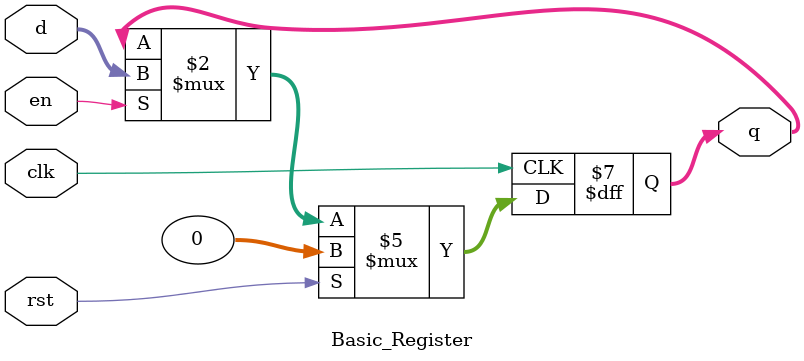
<source format=v>
`timescale 1ns / 1ps


module Basic_Register #(
    parameter DATA_WIDTH = 32   // 기본 비트 폭을 32로 설정
) (
    // --- 입력 포트 ---
    input wire clk,                 // 클럭
    input wire rst,                 // 동기식 리셋 (Active High)
    input wire en,                  // 인에이블 (Active High)
    input wire [DATA_WIDTH-1:0] d,  // 데이터 입력
    
    // --- 출력 포트 ---
    output reg [DATA_WIDTH-1:0] q   // 데이터 출력
);

    // 동기식 로직: 클럭의 Positive Edge에서만 동작
    always @(posedge clk) begin
        if (rst) begin
            // 우선순위 1: 리셋 신호가 1이면, 'q'를 0으로 초기화
            // {DATA_WIDTH{1'b0}}는 DATA_WIDTH 만큼 0을 반복 (예: 32'b00...0)
            q <= {DATA_WIDTH{1'b0}};
        end else if (en) begin
            // 우선순위 2: 리셋이 0이고 인에이블이 1이면, 'd' 값을 'q'에 저장
            q <= d;
        end
        // (rst=0 이고 en=0 이면, q는 기존 값을 유지 (암시적 Latch))
    end

endmodule
</source>
